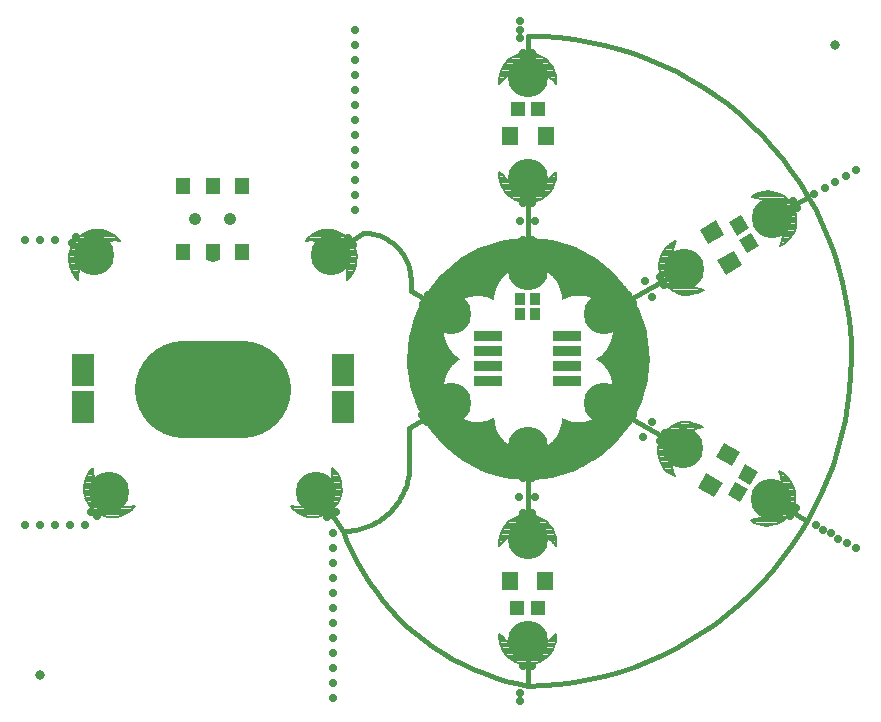
<source format=gts>
G75*
G70*
%OFA0B0*%
%FSLAX24Y24*%
%IPPOS*%
%LPD*%
%AMOC8*
5,1,8,0,0,1.08239X$1,22.5*
%
%ADD10C,0.0030*%
%ADD11C,0.0160*%
%ADD12C,0.0280*%
%ADD13R,0.0950X0.0320*%
%ADD14R,0.0356X0.0434*%
%ADD15C,0.1346*%
%ADD16C,0.0080*%
%ADD17R,0.0474X0.0533*%
%ADD18C,0.0415*%
%ADD19R,0.0780X0.1080*%
%ADD20C,0.3230*%
%ADD21R,0.0513X0.0474*%
%ADD22R,0.0552X0.0631*%
%ADD23C,0.0330*%
%ADD24C,0.0480*%
D10*
X016024Y011776D02*
X016595Y011614D01*
X016693Y011594D01*
X016792Y011579D01*
X017406Y011531D01*
X017508Y011535D01*
X017615Y011539D01*
X018217Y011614D01*
X018315Y011638D01*
X018410Y011661D01*
X018973Y011850D01*
X019063Y011890D01*
X019654Y012220D01*
X019737Y012276D01*
X020252Y012713D01*
X020319Y012780D01*
X020741Y013307D01*
X020796Y013386D01*
X021115Y013988D01*
X021150Y014083D01*
X021185Y014173D01*
X021347Y014744D01*
X021367Y014843D01*
X021382Y014945D01*
X021430Y015555D01*
X020780Y015555D01*
X020563Y015551D01*
X019693Y015551D01*
X019784Y015488D01*
X019867Y015417D01*
X019945Y015339D01*
X020012Y015252D01*
X020071Y015157D01*
X020122Y015063D01*
X020166Y014961D01*
X020197Y014854D01*
X020217Y014748D01*
X020229Y014638D01*
X020229Y014528D01*
X020217Y014417D01*
X020197Y014311D01*
X020166Y014205D01*
X020126Y014102D01*
X020079Y014008D01*
X020016Y013913D01*
X019949Y013827D01*
X019874Y013748D01*
X019792Y013677D01*
X019701Y013614D01*
X019607Y013559D01*
X019508Y013512D01*
X019402Y013476D01*
X019296Y013453D01*
X019185Y013437D01*
X019079Y013433D01*
X018969Y013437D01*
X018859Y013453D01*
X018752Y013480D01*
X018650Y013516D01*
X018552Y013563D01*
X018540Y013453D01*
X018520Y013343D01*
X018489Y013236D01*
X018449Y013134D01*
X018402Y013035D01*
X018343Y012945D01*
X018276Y012858D01*
X018197Y012776D01*
X018115Y012705D01*
X018028Y012638D01*
X017930Y012583D01*
X017831Y012539D01*
X017725Y012504D01*
X017619Y012476D01*
X017508Y012461D01*
X017402Y012453D01*
X017292Y012461D01*
X017181Y012476D01*
X017075Y012504D01*
X016969Y012539D01*
X016870Y012587D01*
X016776Y012642D01*
X016685Y012705D01*
X016603Y012780D01*
X016528Y012858D01*
X016461Y012949D01*
X016402Y013039D01*
X016351Y013138D01*
X016311Y013240D01*
X016284Y013346D01*
X016264Y013457D01*
X016256Y013567D01*
X016154Y013520D01*
X016052Y013484D01*
X015945Y013457D01*
X015835Y013441D01*
X015729Y013437D01*
X015619Y013441D01*
X015508Y013453D01*
X015402Y013480D01*
X015300Y013516D01*
X015197Y013559D01*
X015103Y013614D01*
X015016Y013677D01*
X014930Y013752D01*
X014855Y013831D01*
X014788Y013917D01*
X014729Y014008D01*
X014678Y014106D01*
X014638Y014209D01*
X014607Y014311D01*
X014587Y014421D01*
X014575Y014528D01*
X014575Y014638D01*
X014587Y014748D01*
X014607Y014854D01*
X014638Y014961D01*
X014681Y015063D01*
X014733Y015157D01*
X014792Y015252D01*
X014859Y015339D01*
X014937Y015417D01*
X015020Y015488D01*
X015111Y015551D01*
X014244Y015551D01*
X014032Y015555D01*
X013599Y015555D01*
X013382Y015555D01*
X013386Y015453D01*
X013390Y015350D01*
X013465Y014744D01*
X013485Y014646D01*
X013508Y014551D01*
X013701Y013988D01*
X013741Y013902D01*
X014071Y013307D01*
X014126Y013228D01*
X014563Y012713D01*
X014630Y012646D01*
X015158Y012220D01*
X015237Y012165D01*
X015839Y011850D01*
X015930Y011811D01*
X016024Y011776D01*
X015992Y011787D02*
X018785Y011787D01*
X018701Y011759D02*
X016082Y011759D01*
X016183Y011731D02*
X018616Y011731D01*
X018531Y011702D02*
X016283Y011702D01*
X016384Y011674D02*
X018447Y011674D01*
X018346Y011645D02*
X016484Y011645D01*
X016585Y011617D02*
X018229Y011617D01*
X018011Y011589D02*
X016730Y011589D01*
X017034Y011560D02*
X017782Y011560D01*
X017411Y011532D02*
X017403Y011532D01*
X017571Y012470D02*
X019966Y012470D01*
X019999Y012498D02*
X017702Y012498D01*
X017792Y012526D02*
X020033Y012526D01*
X020066Y012555D02*
X017866Y012555D01*
X017931Y012583D02*
X020100Y012583D01*
X020133Y012612D02*
X017981Y012612D01*
X018031Y012640D02*
X020167Y012640D01*
X020200Y012669D02*
X018068Y012669D01*
X018105Y012697D02*
X020234Y012697D01*
X020265Y012725D02*
X018139Y012725D01*
X018172Y012754D02*
X020294Y012754D01*
X020321Y012782D02*
X018204Y012782D01*
X018231Y012811D02*
X020344Y012811D01*
X020367Y012839D02*
X018258Y012839D01*
X018283Y012868D02*
X020390Y012868D01*
X020412Y012896D02*
X018305Y012896D01*
X018327Y012924D02*
X020435Y012924D01*
X020458Y012953D02*
X018348Y012953D01*
X018367Y012981D02*
X020480Y012981D01*
X020503Y013010D02*
X018385Y013010D01*
X018403Y013038D02*
X020526Y013038D01*
X020548Y013066D02*
X018417Y013066D01*
X018431Y013095D02*
X020571Y013095D01*
X020594Y013123D02*
X018444Y013123D01*
X018456Y013152D02*
X020616Y013152D01*
X020639Y013180D02*
X018467Y013180D01*
X018478Y013209D02*
X020662Y013209D01*
X020685Y013237D02*
X018489Y013237D01*
X018497Y013265D02*
X020707Y013265D01*
X020730Y013294D02*
X018506Y013294D01*
X018514Y013322D02*
X020751Y013322D01*
X020771Y013351D02*
X018522Y013351D01*
X018527Y013379D02*
X020791Y013379D01*
X020807Y013408D02*
X018532Y013408D01*
X018537Y013436D02*
X018999Y013436D01*
X019157Y013436D02*
X020822Y013436D01*
X020837Y013464D02*
X019348Y013464D01*
X019451Y013493D02*
X020852Y013493D01*
X020867Y013521D02*
X019528Y013521D01*
X019587Y013550D02*
X020882Y013550D01*
X020897Y013578D02*
X019639Y013578D01*
X019688Y013606D02*
X020912Y013606D01*
X020928Y013635D02*
X019731Y013635D01*
X019772Y013663D02*
X020943Y013663D01*
X020958Y013692D02*
X019809Y013692D01*
X019842Y013720D02*
X020973Y013720D01*
X020988Y013749D02*
X019875Y013749D01*
X019902Y013777D02*
X021003Y013777D01*
X021018Y013805D02*
X019929Y013805D01*
X019955Y013834D02*
X021033Y013834D01*
X021048Y013862D02*
X019977Y013862D01*
X019999Y013891D02*
X021063Y013891D01*
X021078Y013919D02*
X020020Y013919D01*
X020039Y013948D02*
X021093Y013948D01*
X021108Y013976D02*
X020058Y013976D01*
X020077Y014004D02*
X021121Y014004D01*
X021131Y014033D02*
X020092Y014033D01*
X020106Y014061D02*
X021142Y014061D01*
X021153Y014090D02*
X020120Y014090D01*
X020132Y014118D02*
X021164Y014118D01*
X021175Y014146D02*
X020143Y014146D01*
X020154Y014175D02*
X021186Y014175D01*
X021194Y014203D02*
X020165Y014203D01*
X020174Y014232D02*
X021202Y014232D01*
X021210Y014260D02*
X020182Y014260D01*
X020191Y014289D02*
X021218Y014289D01*
X021226Y014317D02*
X020198Y014317D01*
X020204Y014345D02*
X021234Y014345D01*
X021242Y014374D02*
X020209Y014374D01*
X020214Y014402D02*
X021250Y014402D01*
X021258Y014431D02*
X020218Y014431D01*
X020221Y014459D02*
X021266Y014459D01*
X021274Y014488D02*
X020224Y014488D01*
X020227Y014516D02*
X021282Y014516D01*
X021290Y014544D02*
X020229Y014544D01*
X020229Y014573D02*
X021298Y014573D01*
X021306Y014601D02*
X020229Y014601D01*
X020229Y014630D02*
X021314Y014630D01*
X021323Y014658D02*
X020227Y014658D01*
X020224Y014686D02*
X021331Y014686D01*
X021339Y014715D02*
X020220Y014715D01*
X020217Y014743D02*
X021347Y014743D01*
X021352Y014772D02*
X020213Y014772D01*
X020207Y014800D02*
X021358Y014800D01*
X021364Y014829D02*
X020202Y014829D01*
X020196Y014857D02*
X021369Y014857D01*
X021373Y014885D02*
X020188Y014885D01*
X020180Y014914D02*
X021378Y014914D01*
X021382Y014942D02*
X020171Y014942D01*
X020161Y014971D02*
X021384Y014971D01*
X021386Y014999D02*
X020149Y014999D01*
X020137Y015028D02*
X021389Y015028D01*
X021391Y015056D02*
X020125Y015056D01*
X020111Y015084D02*
X021393Y015084D01*
X021395Y015113D02*
X020095Y015113D01*
X020080Y015141D02*
X021397Y015141D01*
X021400Y015170D02*
X020064Y015170D01*
X020046Y015198D02*
X021402Y015198D01*
X021404Y015226D02*
X020028Y015226D01*
X020010Y015255D02*
X021406Y015255D01*
X021408Y015283D02*
X019988Y015283D01*
X019966Y015312D02*
X021411Y015312D01*
X021413Y015340D02*
X019944Y015340D01*
X019915Y015369D02*
X021415Y015369D01*
X021417Y015397D02*
X019887Y015397D01*
X019857Y015425D02*
X021419Y015425D01*
X021422Y015454D02*
X019824Y015454D01*
X019791Y015482D02*
X021424Y015482D01*
X021426Y015511D02*
X019751Y015511D01*
X019711Y015539D02*
X021428Y015539D01*
X021430Y015555D02*
X021213Y015555D01*
X020780Y015555D01*
X020563Y015551D01*
X019693Y015551D01*
X019788Y015614D01*
X019870Y015685D01*
X019949Y015764D01*
X020016Y015850D01*
X020079Y015941D01*
X020130Y016039D01*
X020174Y016142D01*
X020205Y016248D01*
X020229Y016354D01*
X020241Y016465D01*
X020241Y016575D01*
X020229Y016685D01*
X020209Y016795D01*
X020178Y016902D01*
X020138Y017004D01*
X020087Y017102D01*
X021121Y017102D01*
X021115Y017122D02*
X021075Y017213D01*
X020741Y017803D01*
X020685Y017886D01*
X020252Y018402D01*
X020181Y018469D01*
X019654Y018890D01*
X019575Y018945D01*
X018973Y019264D01*
X018882Y019299D01*
X018788Y019335D01*
X018217Y019496D01*
X018119Y019516D01*
X018020Y019531D01*
X017406Y019579D01*
X017304Y019579D01*
X017197Y019575D01*
X016595Y019496D01*
X016496Y019476D01*
X016402Y019453D01*
X015839Y019264D01*
X015752Y019224D01*
X015158Y018890D01*
X015079Y018835D01*
X014563Y018402D01*
X014493Y018331D01*
X014071Y017803D01*
X014016Y017724D01*
X013701Y017122D01*
X013662Y017031D01*
X013626Y016937D01*
X013465Y016366D01*
X013445Y016268D01*
X013430Y016169D01*
X013382Y015555D01*
X014032Y015555D01*
X014244Y015551D01*
X015111Y015551D01*
X015020Y015614D01*
X014933Y015685D01*
X014859Y015764D01*
X014792Y015850D01*
X014729Y015941D01*
X014678Y016035D01*
X014638Y016138D01*
X014607Y016244D01*
X014583Y016350D01*
X014571Y016461D01*
X014571Y016571D01*
X014583Y016677D01*
X014603Y016787D01*
X014634Y016890D01*
X014674Y016992D01*
X014721Y017091D01*
X014780Y017185D01*
X014851Y017268D01*
X014926Y017350D01*
X015008Y017421D01*
X015095Y017484D01*
X015189Y017539D01*
X015292Y017587D01*
X015394Y017622D01*
X015500Y017646D01*
X015611Y017661D01*
X015717Y017665D01*
X015827Y017661D01*
X015937Y017646D01*
X016044Y017622D01*
X016146Y017583D01*
X016244Y017539D01*
X016256Y017650D01*
X016276Y017760D01*
X016304Y017866D01*
X016343Y017969D01*
X016394Y018067D01*
X016453Y018161D01*
X016520Y018252D01*
X016595Y018331D01*
X016678Y018406D01*
X016768Y018469D01*
X016863Y018524D01*
X016965Y018571D01*
X017067Y018610D01*
X017178Y018634D01*
X017284Y018654D01*
X017398Y018657D01*
X017508Y018654D01*
X017615Y018638D01*
X017725Y018610D01*
X017827Y018575D01*
X017930Y018528D01*
X018024Y018472D01*
X018115Y018406D01*
X018197Y018335D01*
X018276Y018252D01*
X018343Y018165D01*
X018402Y018071D01*
X018449Y017972D01*
X018489Y017870D01*
X018520Y017764D01*
X018540Y017654D01*
X018548Y017543D01*
X018650Y017591D01*
X018752Y017626D01*
X018863Y017654D01*
X018969Y017669D01*
X019079Y017677D01*
X019189Y017673D01*
X019300Y017657D01*
X019410Y017634D01*
X019512Y017598D01*
X019615Y017551D01*
X019709Y017496D01*
X019800Y017433D01*
X019882Y017362D01*
X019961Y017283D01*
X020028Y017197D01*
X020087Y017102D01*
X020102Y017074D02*
X021131Y017074D01*
X021140Y017045D02*
X020117Y017045D01*
X020131Y017017D02*
X021150Y017017D01*
X021160Y016989D02*
X020144Y016989D01*
X020155Y016960D02*
X021169Y016960D01*
X021179Y016932D02*
X020166Y016932D01*
X020177Y016903D02*
X021188Y016903D01*
X021198Y016875D02*
X020185Y016875D01*
X020194Y016847D02*
X021208Y016847D01*
X021217Y016818D02*
X020202Y016818D01*
X020210Y016790D02*
X021227Y016790D01*
X021237Y016761D02*
X020215Y016761D01*
X020220Y016733D02*
X021246Y016733D01*
X021256Y016704D02*
X020225Y016704D01*
X020230Y016676D02*
X021265Y016676D01*
X021275Y016648D02*
X020233Y016648D01*
X020236Y016619D02*
X021285Y016619D01*
X021294Y016591D02*
X020239Y016591D01*
X020241Y016562D02*
X021304Y016562D01*
X021304Y016563D02*
X021115Y017122D01*
X021111Y017131D02*
X020069Y017131D01*
X020052Y017159D02*
X021098Y017159D01*
X021086Y017188D02*
X020034Y017188D01*
X020013Y017216D02*
X021073Y017216D01*
X021057Y017244D02*
X019991Y017244D01*
X019969Y017273D02*
X021041Y017273D01*
X021025Y017301D02*
X019943Y017301D01*
X019915Y017330D02*
X021009Y017330D01*
X020993Y017358D02*
X019886Y017358D01*
X019854Y017387D02*
X020977Y017387D01*
X020961Y017415D02*
X019821Y017415D01*
X019785Y017443D02*
X020944Y017443D01*
X020928Y017472D02*
X019744Y017472D01*
X019702Y017500D02*
X020912Y017500D01*
X020896Y017529D02*
X019653Y017529D01*
X019602Y017557D02*
X020880Y017557D01*
X020864Y017585D02*
X019540Y017585D01*
X019467Y017614D02*
X020848Y017614D01*
X020832Y017642D02*
X019370Y017642D01*
X019207Y017671D02*
X020816Y017671D01*
X020799Y017699D02*
X018532Y017699D01*
X018537Y017671D02*
X018989Y017671D01*
X018818Y017642D02*
X018541Y017642D01*
X018543Y017614D02*
X018717Y017614D01*
X018639Y017585D02*
X018545Y017585D01*
X018547Y017557D02*
X018577Y017557D01*
X018527Y017728D02*
X020783Y017728D01*
X020767Y017756D02*
X018521Y017756D01*
X018514Y017784D02*
X020751Y017784D01*
X020734Y017813D02*
X018506Y017813D01*
X018497Y017841D02*
X020715Y017841D01*
X020696Y017870D02*
X018489Y017870D01*
X018478Y017898D02*
X020675Y017898D01*
X020651Y017927D02*
X018467Y017927D01*
X018456Y017955D02*
X020627Y017955D01*
X020604Y017983D02*
X018444Y017983D01*
X018430Y018012D02*
X020580Y018012D01*
X020556Y018040D02*
X018417Y018040D01*
X018403Y018069D02*
X020532Y018069D01*
X020508Y018097D02*
X018386Y018097D01*
X018368Y018125D02*
X020484Y018125D01*
X020460Y018154D02*
X018350Y018154D01*
X018330Y018182D02*
X020436Y018182D01*
X020413Y018211D02*
X018308Y018211D01*
X018286Y018239D02*
X020389Y018239D01*
X020365Y018268D02*
X018261Y018268D01*
X018234Y018296D02*
X020341Y018296D01*
X020317Y018324D02*
X018207Y018324D01*
X018176Y018353D02*
X020293Y018353D01*
X020269Y018381D02*
X018143Y018381D01*
X018109Y018410D02*
X020244Y018410D01*
X020214Y018438D02*
X018070Y018438D01*
X018032Y018467D02*
X020184Y018467D01*
X020148Y018495D02*
X017985Y018495D01*
X017937Y018523D02*
X020113Y018523D01*
X020077Y018552D02*
X017877Y018552D01*
X017811Y018580D02*
X020042Y018580D01*
X020006Y018609D02*
X017729Y018609D01*
X017617Y018637D02*
X019970Y018637D01*
X019935Y018665D02*
X014878Y018665D01*
X014844Y018637D02*
X017195Y018637D01*
X017063Y018609D02*
X014810Y018609D01*
X014776Y018580D02*
X016989Y018580D01*
X016924Y018552D02*
X014742Y018552D01*
X014708Y018523D02*
X016862Y018523D01*
X016813Y018495D02*
X014675Y018495D01*
X014641Y018467D02*
X016765Y018467D01*
X016724Y018438D02*
X014607Y018438D01*
X014573Y018410D02*
X016684Y018410D01*
X016651Y018381D02*
X014543Y018381D01*
X014515Y018353D02*
X016619Y018353D01*
X016589Y018324D02*
X014488Y018324D01*
X014465Y018296D02*
X016562Y018296D01*
X016535Y018268D02*
X014442Y018268D01*
X014419Y018239D02*
X016511Y018239D01*
X016490Y018211D02*
X014397Y018211D01*
X014374Y018182D02*
X016469Y018182D01*
X016448Y018154D02*
X014351Y018154D01*
X014329Y018125D02*
X016431Y018125D01*
X016413Y018097D02*
X014306Y018097D01*
X014283Y018069D02*
X016395Y018069D01*
X016380Y018040D02*
X014261Y018040D01*
X014238Y018012D02*
X016365Y018012D01*
X016351Y017983D02*
X014215Y017983D01*
X014192Y017955D02*
X016338Y017955D01*
X016327Y017927D02*
X014170Y017927D01*
X014147Y017898D02*
X016316Y017898D01*
X016305Y017870D02*
X014124Y017870D01*
X014102Y017841D02*
X016297Y017841D01*
X016290Y017813D02*
X014079Y017813D01*
X014058Y017784D02*
X016282Y017784D01*
X016275Y017756D02*
X014038Y017756D01*
X014018Y017728D02*
X016270Y017728D01*
X016265Y017699D02*
X014003Y017699D01*
X013988Y017671D02*
X016260Y017671D01*
X016256Y017642D02*
X015952Y017642D01*
X016065Y017614D02*
X016252Y017614D01*
X016249Y017585D02*
X016139Y017585D01*
X016204Y017557D02*
X016246Y017557D01*
X015485Y017642D02*
X013973Y017642D01*
X013958Y017614D02*
X015371Y017614D01*
X015289Y017585D02*
X013943Y017585D01*
X013929Y017557D02*
X015228Y017557D01*
X015171Y017529D02*
X013914Y017529D01*
X013899Y017500D02*
X015122Y017500D01*
X015078Y017472D02*
X013884Y017472D01*
X013869Y017443D02*
X015039Y017443D01*
X015001Y017415D02*
X013854Y017415D01*
X013839Y017387D02*
X014968Y017387D01*
X014935Y017358D02*
X013825Y017358D01*
X013810Y017330D02*
X014907Y017330D01*
X014881Y017301D02*
X013795Y017301D01*
X013780Y017273D02*
X014855Y017273D01*
X014831Y017244D02*
X013765Y017244D01*
X013750Y017216D02*
X014806Y017216D01*
X014782Y017188D02*
X013735Y017188D01*
X013721Y017159D02*
X014764Y017159D01*
X014746Y017131D02*
X013706Y017131D01*
X013693Y017102D02*
X014728Y017102D01*
X014713Y017074D02*
X013680Y017074D01*
X013668Y017045D02*
X014699Y017045D01*
X014686Y017017D02*
X013656Y017017D01*
X013646Y016989D02*
X014672Y016989D01*
X014661Y016960D02*
X013635Y016960D01*
X013625Y016932D02*
X014650Y016932D01*
X014639Y016903D02*
X013617Y016903D01*
X013609Y016875D02*
X014630Y016875D01*
X014621Y016847D02*
X013601Y016847D01*
X013593Y016818D02*
X014612Y016818D01*
X014603Y016790D02*
X013585Y016790D01*
X013577Y016761D02*
X014598Y016761D01*
X014593Y016733D02*
X013569Y016733D01*
X013561Y016704D02*
X014588Y016704D01*
X014583Y016676D02*
X013553Y016676D01*
X013545Y016648D02*
X014580Y016648D01*
X014577Y016619D02*
X013537Y016619D01*
X013528Y016591D02*
X014573Y016591D01*
X014571Y016562D02*
X013520Y016562D01*
X013512Y016534D02*
X014571Y016534D01*
X014571Y016505D02*
X013504Y016505D01*
X013496Y016477D02*
X014571Y016477D01*
X014573Y016449D02*
X013488Y016449D01*
X013480Y016420D02*
X014576Y016420D01*
X014579Y016392D02*
X013472Y016392D01*
X013464Y016363D02*
X014582Y016363D01*
X014587Y016335D02*
X013459Y016335D01*
X013453Y016307D02*
X014593Y016307D01*
X014599Y016278D02*
X013447Y016278D01*
X013442Y016250D02*
X014605Y016250D01*
X014613Y016221D02*
X013438Y016221D01*
X013433Y016193D02*
X014622Y016193D01*
X014630Y016164D02*
X013429Y016164D01*
X013427Y016136D02*
X014639Y016136D01*
X014650Y016108D02*
X013425Y016108D01*
X013423Y016079D02*
X014661Y016079D01*
X014672Y016051D02*
X013420Y016051D01*
X013418Y016022D02*
X014685Y016022D01*
X014700Y015994D02*
X013416Y015994D01*
X013414Y015965D02*
X014715Y015965D01*
X014731Y015937D02*
X013412Y015937D01*
X013409Y015909D02*
X014751Y015909D01*
X014771Y015880D02*
X013407Y015880D01*
X013405Y015852D02*
X014791Y015852D01*
X014813Y015823D02*
X013403Y015823D01*
X013401Y015795D02*
X014835Y015795D01*
X014857Y015767D02*
X013399Y015767D01*
X013396Y015738D02*
X014883Y015738D01*
X014910Y015710D02*
X013394Y015710D01*
X013392Y015681D02*
X014938Y015681D01*
X014973Y015653D02*
X013390Y015653D01*
X013388Y015624D02*
X015008Y015624D01*
X015046Y015596D02*
X013385Y015596D01*
X013383Y015568D02*
X015087Y015568D01*
X015093Y015539D02*
X013383Y015539D01*
X013384Y015511D02*
X015052Y015511D01*
X015013Y015482D02*
X013385Y015482D01*
X013386Y015454D02*
X014980Y015454D01*
X014947Y015425D02*
X013387Y015425D01*
X013388Y015397D02*
X014917Y015397D01*
X014889Y015369D02*
X013389Y015369D01*
X013391Y015340D02*
X014860Y015340D01*
X014838Y015312D02*
X013395Y015312D01*
X013398Y015283D02*
X014816Y015283D01*
X014794Y015255D02*
X013402Y015255D01*
X013405Y015226D02*
X014776Y015226D01*
X014758Y015198D02*
X013409Y015198D01*
X013412Y015170D02*
X014740Y015170D01*
X014724Y015141D02*
X013416Y015141D01*
X013419Y015113D02*
X014708Y015113D01*
X014693Y015084D02*
X013423Y015084D01*
X013426Y015056D02*
X014679Y015056D01*
X014666Y015028D02*
X013430Y015028D01*
X013433Y014999D02*
X014654Y014999D01*
X014642Y014971D02*
X013437Y014971D01*
X013441Y014942D02*
X014633Y014942D01*
X014624Y014914D02*
X013444Y014914D01*
X013448Y014885D02*
X014616Y014885D01*
X014607Y014857D02*
X013451Y014857D01*
X013455Y014829D02*
X014602Y014829D01*
X014597Y014800D02*
X013458Y014800D01*
X013462Y014772D02*
X014591Y014772D01*
X014587Y014743D02*
X013465Y014743D01*
X013471Y014715D02*
X014583Y014715D01*
X014580Y014686D02*
X013476Y014686D01*
X013482Y014658D02*
X014577Y014658D01*
X014575Y014630D02*
X013489Y014630D01*
X013496Y014601D02*
X014575Y014601D01*
X014575Y014573D02*
X013503Y014573D01*
X013511Y014544D02*
X014575Y014544D01*
X014576Y014516D02*
X013520Y014516D01*
X013530Y014488D02*
X014580Y014488D01*
X014583Y014459D02*
X013540Y014459D01*
X013550Y014431D02*
X014586Y014431D01*
X014590Y014402D02*
X013559Y014402D01*
X013569Y014374D02*
X014595Y014374D01*
X014601Y014345D02*
X013579Y014345D01*
X013589Y014317D02*
X014606Y014317D01*
X014614Y014289D02*
X013598Y014289D01*
X013608Y014260D02*
X014622Y014260D01*
X014631Y014232D02*
X013618Y014232D01*
X013627Y014203D02*
X014640Y014203D01*
X014651Y014175D02*
X013637Y014175D01*
X013647Y014146D02*
X014662Y014146D01*
X014673Y014118D02*
X013657Y014118D01*
X013666Y014090D02*
X014686Y014090D01*
X014701Y014061D02*
X013676Y014061D01*
X013686Y014033D02*
X014716Y014033D01*
X014731Y014004D02*
X013696Y014004D01*
X013707Y013976D02*
X014750Y013976D01*
X014768Y013948D02*
X013720Y013948D01*
X013733Y013919D02*
X014787Y013919D01*
X014808Y013891D02*
X013747Y013891D01*
X013762Y013862D02*
X014830Y013862D01*
X014852Y013834D02*
X013778Y013834D01*
X013794Y013805D02*
X014879Y013805D01*
X014906Y013777D02*
X013810Y013777D01*
X013826Y013749D02*
X014933Y013749D01*
X014966Y013720D02*
X013841Y013720D01*
X013857Y013692D02*
X014999Y013692D01*
X015035Y013663D02*
X013873Y013663D01*
X013889Y013635D02*
X015074Y013635D01*
X015116Y013606D02*
X013905Y013606D01*
X013921Y013578D02*
X015165Y013578D01*
X015220Y013550D02*
X013936Y013550D01*
X013952Y013521D02*
X015287Y013521D01*
X015366Y013493D02*
X013968Y013493D01*
X013984Y013464D02*
X015464Y013464D01*
X015975Y013464D02*
X016264Y013464D01*
X016268Y013436D02*
X014000Y013436D01*
X014015Y013408D02*
X016273Y013408D01*
X016278Y013379D02*
X014031Y013379D01*
X014047Y013351D02*
X016283Y013351D01*
X016290Y013322D02*
X014063Y013322D01*
X014081Y013294D02*
X016298Y013294D01*
X016305Y013265D02*
X014100Y013265D01*
X014120Y013237D02*
X016313Y013237D01*
X016324Y013209D02*
X014143Y013209D01*
X014167Y013180D02*
X016334Y013180D01*
X016345Y013152D02*
X014191Y013152D01*
X014215Y013123D02*
X016358Y013123D01*
X016373Y013095D02*
X014239Y013095D01*
X014264Y013066D02*
X016388Y013066D01*
X016403Y013038D02*
X014288Y013038D01*
X014312Y013010D02*
X016421Y013010D01*
X016440Y012981D02*
X014336Y012981D01*
X014360Y012953D02*
X016458Y012953D01*
X016479Y012924D02*
X014384Y012924D01*
X014408Y012896D02*
X016500Y012896D01*
X016521Y012868D02*
X014432Y012868D01*
X014456Y012839D02*
X016546Y012839D01*
X016573Y012811D02*
X014480Y012811D01*
X014504Y012782D02*
X016600Y012782D01*
X016631Y012754D02*
X014528Y012754D01*
X014553Y012725D02*
X016663Y012725D01*
X016697Y012697D02*
X014579Y012697D01*
X014607Y012669D02*
X016737Y012669D01*
X016779Y012640D02*
X014637Y012640D01*
X014672Y012612D02*
X016827Y012612D01*
X016877Y012583D02*
X014708Y012583D01*
X014743Y012555D02*
X016937Y012555D01*
X017008Y012526D02*
X014778Y012526D01*
X014813Y012498D02*
X017098Y012498D01*
X017229Y012470D02*
X014849Y012470D01*
X014884Y012441D02*
X019932Y012441D01*
X019899Y012413D02*
X014919Y012413D01*
X014955Y012384D02*
X019865Y012384D01*
X019831Y012356D02*
X014990Y012356D01*
X015025Y012328D02*
X019798Y012328D01*
X019764Y012299D02*
X015060Y012299D01*
X015096Y012271D02*
X019729Y012271D01*
X019687Y012242D02*
X015131Y012242D01*
X015167Y012214D02*
X019642Y012214D01*
X019591Y012185D02*
X015208Y012185D01*
X015253Y012157D02*
X019541Y012157D01*
X019490Y012129D02*
X015307Y012129D01*
X015361Y012100D02*
X019439Y012100D01*
X019388Y012072D02*
X015416Y012072D01*
X015470Y012043D02*
X019338Y012043D01*
X019287Y012015D02*
X015524Y012015D01*
X015579Y011986D02*
X019236Y011986D01*
X019185Y011958D02*
X015633Y011958D01*
X015687Y011930D02*
X019135Y011930D01*
X019084Y011901D02*
X015742Y011901D01*
X015796Y011873D02*
X019024Y011873D01*
X018955Y011844D02*
X015853Y011844D01*
X015918Y011816D02*
X018870Y011816D01*
X018814Y013464D02*
X018541Y013464D01*
X018544Y013493D02*
X018716Y013493D01*
X018639Y013521D02*
X018547Y013521D01*
X018550Y013550D02*
X018579Y013550D01*
X016262Y013493D02*
X016076Y013493D01*
X016157Y013521D02*
X016260Y013521D01*
X016258Y013550D02*
X016219Y013550D01*
X019718Y015568D02*
X021429Y015568D01*
X021430Y015555D02*
X021426Y015661D01*
X021422Y015764D01*
X021347Y016366D01*
X021327Y016465D01*
X021304Y016563D01*
X021311Y016534D02*
X020241Y016534D01*
X020241Y016505D02*
X021317Y016505D01*
X021324Y016477D02*
X020241Y016477D01*
X020239Y016449D02*
X021330Y016449D01*
X021336Y016420D02*
X020236Y016420D01*
X020233Y016392D02*
X021342Y016392D01*
X021347Y016363D02*
X020230Y016363D01*
X020224Y016335D02*
X021351Y016335D01*
X021354Y016307D02*
X020218Y016307D01*
X020212Y016278D02*
X021358Y016278D01*
X021361Y016250D02*
X020205Y016250D01*
X020197Y016221D02*
X021365Y016221D01*
X021368Y016193D02*
X020189Y016193D01*
X020180Y016164D02*
X021372Y016164D01*
X021375Y016136D02*
X020171Y016136D01*
X020159Y016108D02*
X021379Y016108D01*
X021382Y016079D02*
X020147Y016079D01*
X020135Y016051D02*
X021386Y016051D01*
X021390Y016022D02*
X020121Y016022D01*
X020107Y015994D02*
X021393Y015994D01*
X021397Y015965D02*
X020092Y015965D01*
X020076Y015937D02*
X021400Y015937D01*
X021404Y015909D02*
X020057Y015909D01*
X020037Y015880D02*
X021407Y015880D01*
X021411Y015852D02*
X020017Y015852D01*
X019995Y015823D02*
X021414Y015823D01*
X021418Y015795D02*
X019973Y015795D01*
X019951Y015767D02*
X021421Y015767D01*
X021423Y015738D02*
X019924Y015738D01*
X019895Y015710D02*
X021424Y015710D01*
X021425Y015681D02*
X019866Y015681D01*
X019833Y015653D02*
X021426Y015653D01*
X021427Y015624D02*
X019800Y015624D01*
X019760Y015596D02*
X021428Y015596D01*
X019899Y018694D02*
X014912Y018694D01*
X014945Y018722D02*
X019864Y018722D01*
X019828Y018751D02*
X014979Y018751D01*
X015013Y018779D02*
X019792Y018779D01*
X019757Y018808D02*
X015047Y018808D01*
X015081Y018836D02*
X019721Y018836D01*
X019686Y018864D02*
X015122Y018864D01*
X015163Y018893D02*
X019650Y018893D01*
X019609Y018921D02*
X015214Y018921D01*
X015264Y018950D02*
X019566Y018950D01*
X019512Y018978D02*
X015315Y018978D01*
X015365Y019007D02*
X019459Y019007D01*
X019405Y019035D02*
X015416Y019035D01*
X015466Y019063D02*
X019351Y019063D01*
X019298Y019092D02*
X015517Y019092D01*
X015567Y019120D02*
X019244Y019120D01*
X019190Y019149D02*
X015618Y019149D01*
X015668Y019177D02*
X019137Y019177D01*
X019083Y019206D02*
X015719Y019206D01*
X015773Y019234D02*
X019029Y019234D01*
X018976Y019262D02*
X015836Y019262D01*
X015919Y019291D02*
X018904Y019291D01*
X018829Y019319D02*
X016004Y019319D01*
X016089Y019348D02*
X018742Y019348D01*
X018641Y019376D02*
X016173Y019376D01*
X016258Y019404D02*
X018541Y019404D01*
X018440Y019433D02*
X016343Y019433D01*
X016436Y019461D02*
X018340Y019461D01*
X018239Y019490D02*
X016563Y019490D01*
X016764Y019518D02*
X018104Y019518D01*
X017824Y019547D02*
X016981Y019547D01*
X017202Y019575D02*
X017455Y019575D01*
D11*
X017400Y018500D02*
X017400Y021550D01*
X013500Y018150D02*
X013500Y017800D01*
X014842Y017027D01*
X017400Y004650D02*
X017914Y004667D01*
X018427Y004709D01*
X018937Y004776D01*
X019443Y004866D01*
X019944Y004981D01*
X020440Y005119D01*
X020928Y005281D01*
X021408Y005466D01*
X021878Y005673D01*
X022338Y005903D01*
X022787Y006154D01*
X023223Y006426D01*
X023646Y006719D01*
X024055Y007031D01*
X024448Y007363D01*
X024825Y007713D01*
X025185Y008080D01*
X025527Y008464D01*
X025850Y008864D01*
X026154Y009279D01*
X026437Y009708D01*
X026700Y010150D01*
X025506Y010857D01*
X022562Y012557D02*
X019958Y014074D01*
X011250Y009800D02*
X011389Y009444D01*
X011545Y009096D01*
X011718Y008755D01*
X011906Y008423D01*
X012111Y008101D01*
X012330Y007788D01*
X012564Y007486D01*
X012812Y007196D01*
X013073Y006918D01*
X013348Y006653D01*
X013635Y006401D01*
X013933Y006163D01*
X014243Y005939D01*
X014562Y005730D01*
X014892Y005537D01*
X015230Y005360D01*
X015576Y005199D01*
X015930Y005054D01*
X016289Y004927D01*
X016655Y004817D01*
X017025Y004724D01*
X017400Y004649D01*
X017400Y004650D02*
X017400Y006150D01*
X017400Y009550D02*
X017399Y012596D01*
X014842Y014073D02*
X013450Y013250D01*
X013450Y012000D01*
X013448Y011895D01*
X013440Y011791D01*
X013428Y011687D01*
X013410Y011584D01*
X013388Y011481D01*
X013361Y011380D01*
X013329Y011280D01*
X013292Y011182D01*
X013251Y011086D01*
X013205Y010992D01*
X013155Y010900D01*
X013101Y010811D01*
X013042Y010724D01*
X012979Y010640D01*
X012913Y010559D01*
X012842Y010482D01*
X012768Y010408D01*
X012691Y010337D01*
X012610Y010271D01*
X012526Y010208D01*
X012439Y010149D01*
X012350Y010095D01*
X012258Y010045D01*
X012164Y009999D01*
X012068Y009958D01*
X011970Y009921D01*
X011870Y009889D01*
X011769Y009862D01*
X011666Y009840D01*
X011563Y009822D01*
X011459Y009810D01*
X011355Y009802D01*
X011250Y009800D01*
X010350Y011100D01*
X026700Y010150D02*
X026948Y010600D01*
X027175Y011061D01*
X027380Y011533D01*
X027562Y012013D01*
X027720Y012502D01*
X027856Y012998D01*
X027967Y013500D01*
X028055Y014007D01*
X028118Y014517D01*
X028157Y015029D01*
X028172Y015543D01*
X028162Y016057D01*
X028128Y016570D01*
X028069Y017080D01*
X027986Y017588D01*
X027879Y018091D01*
X027748Y018588D01*
X027594Y019078D01*
X027417Y019560D01*
X027217Y020034D01*
X026994Y020497D01*
X026750Y020950D01*
X025544Y020250D01*
X022600Y018550D02*
X019957Y017028D01*
X026750Y020950D02*
X026481Y021387D01*
X026192Y021810D01*
X025883Y022220D01*
X025556Y022614D01*
X025209Y022992D01*
X024845Y023353D01*
X024465Y023696D01*
X024068Y024021D01*
X023656Y024327D01*
X023231Y024612D01*
X022792Y024878D01*
X022341Y025122D01*
X021879Y025344D01*
X021407Y025544D01*
X020926Y025721D01*
X020437Y025875D01*
X019941Y026006D01*
X019440Y026113D01*
X018934Y026196D01*
X018424Y026255D01*
X017913Y026290D01*
X017400Y026300D01*
X017400Y024950D01*
X011900Y019750D02*
X010850Y019000D01*
X011900Y019750D02*
X011979Y019748D01*
X012057Y019742D01*
X012135Y019733D01*
X012212Y019719D01*
X012289Y019702D01*
X012364Y019681D01*
X012439Y019656D01*
X012512Y019628D01*
X012584Y019596D01*
X012654Y019561D01*
X012723Y019522D01*
X012789Y019480D01*
X012853Y019435D01*
X012915Y019387D01*
X012974Y019336D01*
X013031Y019281D01*
X013086Y019224D01*
X013137Y019165D01*
X013185Y019103D01*
X013230Y019039D01*
X013272Y018973D01*
X013311Y018904D01*
X013346Y018834D01*
X013378Y018762D01*
X013406Y018689D01*
X013431Y018614D01*
X013452Y018539D01*
X013469Y018462D01*
X013483Y018385D01*
X013492Y018307D01*
X013498Y018229D01*
X013500Y018150D01*
D12*
X014067Y017661D03*
X013910Y017386D03*
X011567Y019335D03*
X011410Y019571D03*
X011650Y020500D03*
X011650Y021000D03*
X011650Y021500D03*
X011650Y022000D03*
X011650Y022500D03*
X011650Y023000D03*
X011650Y023500D03*
X011650Y024000D03*
X011650Y024500D03*
X011650Y025000D03*
X011650Y025500D03*
X011650Y026000D03*
X011650Y026500D03*
X017150Y026500D03*
X017150Y026250D03*
X017237Y025752D03*
X017552Y025752D03*
X017150Y026800D03*
X026233Y020811D03*
X026390Y020555D03*
X026950Y021050D03*
X027300Y021250D03*
X027650Y021450D03*
X028000Y021650D03*
X028350Y021850D03*
X021804Y018272D03*
X021941Y017996D03*
X021550Y017600D03*
X020918Y017406D03*
X020760Y017661D03*
X021300Y018150D03*
X017532Y019512D03*
X017256Y019512D03*
X017150Y020150D03*
X017650Y020150D03*
X017552Y020732D03*
X017256Y020732D03*
X013890Y013685D03*
X014048Y013429D03*
X017256Y011559D03*
X017552Y011559D03*
X017650Y010950D03*
X017100Y010950D03*
X017256Y010398D03*
X017552Y010398D03*
X021250Y012950D03*
X021823Y012819D03*
X021961Y013055D03*
X021550Y013450D03*
X020918Y013685D03*
X020760Y013429D03*
X026154Y010299D03*
X026331Y010575D03*
X027000Y010000D03*
X027250Y009850D03*
X027500Y009750D03*
X027750Y009550D03*
X028050Y009400D03*
X028350Y009250D03*
X017552Y005299D03*
X017256Y005299D03*
X017150Y004400D03*
X017150Y004150D03*
X010900Y004250D03*
X010900Y004750D03*
X010900Y005250D03*
X010900Y005750D03*
X010900Y006250D03*
X010900Y006750D03*
X010900Y007250D03*
X010900Y007750D03*
X010900Y008250D03*
X010900Y008750D03*
X010900Y009250D03*
X010900Y009750D03*
X010721Y010260D03*
X010996Y010437D03*
X003044Y010299D03*
X002847Y010437D03*
X002650Y010000D03*
X002150Y010000D03*
X001650Y010000D03*
X001150Y010000D03*
X000650Y010000D03*
X000650Y019500D03*
X001150Y019500D03*
X001650Y019500D03*
X002217Y019413D03*
X002355Y019610D03*
D13*
X016070Y016300D03*
X016070Y015800D03*
X016070Y015300D03*
X016070Y014800D03*
X018720Y014800D03*
X018720Y015300D03*
X018720Y015800D03*
X018720Y016300D03*
D14*
X017656Y017050D03*
X017144Y017050D03*
X017144Y017550D03*
X017656Y017550D03*
D15*
X017400Y018500D03*
X019957Y017028D03*
X022600Y018550D03*
X025544Y020250D03*
X017400Y021550D03*
X017400Y024950D03*
X010850Y019000D03*
X014842Y017027D03*
X014842Y014073D03*
X017399Y012596D03*
X019958Y014074D03*
X022562Y012557D03*
X025506Y010857D03*
X017400Y009550D03*
X017400Y006150D03*
X010350Y011100D03*
X003450Y011100D03*
X002950Y019000D03*
D16*
X002769Y019151D02*
X002146Y019151D01*
X002127Y019091D02*
X002106Y018949D01*
X002107Y018806D01*
X002129Y018665D01*
X002173Y018529D01*
X002237Y018402D01*
X002320Y018285D01*
X002420Y018183D01*
X002414Y018351D01*
X002432Y018518D01*
X002474Y018682D01*
X002538Y018837D01*
X002624Y018982D01*
X002729Y019113D01*
X002853Y019228D01*
X002991Y019324D01*
X003141Y019400D01*
X003301Y019453D01*
X003466Y019483D01*
X003635Y019489D01*
X003802Y019472D01*
X003707Y019578D01*
X003597Y019669D01*
X003474Y019742D01*
X003341Y019795D01*
X003202Y019828D01*
X003060Y019838D01*
X002917Y019827D01*
X002778Y019794D01*
X002646Y019740D01*
X002523Y019667D01*
X002413Y019576D01*
X002314Y019473D01*
X002233Y019355D01*
X002170Y019227D01*
X002127Y019091D01*
X002124Y019072D02*
X002696Y019072D01*
X002633Y018994D02*
X002113Y018994D01*
X002106Y018915D02*
X002584Y018915D01*
X002538Y018837D02*
X002107Y018837D01*
X002115Y018758D02*
X002505Y018758D01*
X002473Y018680D02*
X002127Y018680D01*
X002150Y018601D02*
X002453Y018601D01*
X002433Y018523D02*
X002177Y018523D01*
X002216Y018444D02*
X002424Y018444D01*
X002416Y018366D02*
X002263Y018366D01*
X002319Y018287D02*
X002416Y018287D01*
X002419Y018209D02*
X002395Y018209D01*
X002171Y019229D02*
X002854Y019229D01*
X002967Y019308D02*
X002209Y019308D01*
X002254Y019386D02*
X003114Y019386D01*
X003364Y019465D02*
X002309Y019465D01*
X002382Y019543D02*
X003738Y019543D01*
X003654Y019622D02*
X002468Y019622D01*
X002578Y019700D02*
X003545Y019700D01*
X003383Y019779D02*
X002739Y019779D01*
X009998Y019472D02*
X010165Y019489D01*
X010334Y019483D01*
X010499Y019453D01*
X010659Y019400D01*
X010809Y019324D01*
X010947Y019228D01*
X011071Y019113D01*
X011176Y018982D01*
X011262Y018837D01*
X011326Y018682D01*
X011368Y018518D01*
X011386Y018351D01*
X011380Y018183D01*
X011480Y018285D01*
X011563Y018402D01*
X011627Y018529D01*
X011671Y018665D01*
X011693Y018806D01*
X011694Y018949D01*
X011673Y019091D01*
X011630Y019227D01*
X011567Y019355D01*
X011486Y019473D01*
X011387Y019576D01*
X011277Y019667D01*
X011154Y019740D01*
X011022Y019794D01*
X010883Y019827D01*
X010740Y019838D01*
X010598Y019828D01*
X010459Y019795D01*
X010326Y019742D01*
X010203Y019669D01*
X010093Y019578D01*
X009998Y019472D01*
X010062Y019543D02*
X011418Y019543D01*
X011491Y019465D02*
X010436Y019465D01*
X010686Y019386D02*
X011546Y019386D01*
X011591Y019308D02*
X010833Y019308D01*
X010946Y019229D02*
X011629Y019229D01*
X011654Y019151D02*
X011031Y019151D01*
X011104Y019072D02*
X011676Y019072D01*
X011687Y018994D02*
X011167Y018994D01*
X011216Y018915D02*
X011694Y018915D01*
X011693Y018837D02*
X011262Y018837D01*
X011295Y018758D02*
X011685Y018758D01*
X011673Y018680D02*
X011327Y018680D01*
X011347Y018601D02*
X011650Y018601D01*
X011623Y018523D02*
X011367Y018523D01*
X011376Y018444D02*
X011584Y018444D01*
X011537Y018366D02*
X011384Y018366D01*
X011384Y018287D02*
X011481Y018287D01*
X011405Y018209D02*
X011381Y018209D01*
X011332Y019622D02*
X010146Y019622D01*
X010255Y019700D02*
X011222Y019700D01*
X011061Y019779D02*
X010417Y019779D01*
X014160Y017421D02*
X014239Y017540D01*
X014334Y017646D01*
X014445Y017736D01*
X014569Y017808D01*
X014702Y017861D01*
X014841Y017892D01*
X014984Y017902D01*
X015126Y017890D01*
X015265Y017856D01*
X015397Y017801D01*
X015519Y017727D01*
X015354Y017695D01*
X015195Y017640D01*
X015045Y017563D01*
X014908Y017465D01*
X014786Y017349D01*
X014682Y017216D01*
X014598Y017071D01*
X014535Y016914D01*
X014496Y016751D01*
X014479Y016583D01*
X014487Y016415D01*
X014519Y016250D01*
X014574Y016091D01*
X014449Y016159D01*
X014335Y016246D01*
X014237Y016350D01*
X014155Y016467D01*
X014092Y016595D01*
X014050Y016732D01*
X014029Y016873D01*
X014029Y017016D01*
X014052Y017157D01*
X014096Y017293D01*
X014160Y017421D01*
X014162Y017424D02*
X014864Y017424D01*
X014783Y017345D02*
X014122Y017345D01*
X014087Y017267D02*
X014721Y017267D01*
X014666Y017188D02*
X014062Y017188D01*
X014044Y017110D02*
X014620Y017110D01*
X014582Y017031D02*
X014032Y017031D01*
X014029Y016953D02*
X014551Y016953D01*
X014525Y016874D02*
X014029Y016874D01*
X014040Y016796D02*
X014506Y016796D01*
X014492Y016717D02*
X014054Y016717D01*
X014079Y016639D02*
X014485Y016639D01*
X014481Y016560D02*
X014109Y016560D01*
X014148Y016482D02*
X014484Y016482D01*
X014490Y016403D02*
X014200Y016403D01*
X014261Y016325D02*
X014505Y016325D01*
X014520Y016246D02*
X014336Y016246D01*
X014438Y016168D02*
X014547Y016168D01*
X014574Y015009D02*
X014519Y014850D01*
X014487Y014685D01*
X014479Y014517D01*
X014495Y014349D01*
X014535Y014186D01*
X014598Y014029D01*
X014682Y013884D01*
X014786Y013751D01*
X014908Y013635D01*
X015045Y013537D01*
X015195Y013460D01*
X015354Y013405D01*
X015519Y013373D01*
X015397Y013299D01*
X015265Y013244D01*
X015126Y013210D01*
X014983Y013198D01*
X014841Y013208D01*
X014702Y013239D01*
X014569Y013292D01*
X014445Y013364D01*
X014334Y013454D01*
X014238Y013560D01*
X014160Y013679D01*
X014096Y013807D01*
X014052Y013943D01*
X014029Y014084D01*
X014029Y014227D01*
X014050Y014368D01*
X014092Y014505D01*
X014155Y014633D01*
X014237Y014750D01*
X014335Y014854D01*
X014449Y014941D01*
X014574Y015009D01*
X014567Y014990D02*
X014539Y014990D01*
X014540Y014912D02*
X014411Y014912D01*
X014316Y014833D02*
X014516Y014833D01*
X014501Y014755D02*
X014241Y014755D01*
X014185Y014676D02*
X014487Y014676D01*
X014483Y014598D02*
X014138Y014598D01*
X014099Y014519D02*
X014480Y014519D01*
X014487Y014441D02*
X014072Y014441D01*
X014049Y014362D02*
X014494Y014362D01*
X014511Y014284D02*
X014037Y014284D01*
X014029Y014205D02*
X014531Y014205D01*
X014559Y014127D02*
X014029Y014127D01*
X014035Y014048D02*
X014590Y014048D01*
X014632Y013970D02*
X014048Y013970D01*
X014069Y013891D02*
X014678Y013891D01*
X014738Y013813D02*
X014094Y013813D01*
X014133Y013734D02*
X014804Y013734D01*
X014886Y013656D02*
X014176Y013656D01*
X014227Y013577D02*
X014989Y013577D01*
X015120Y013499D02*
X014294Y013499D01*
X014376Y013420D02*
X015310Y013420D01*
X015310Y013263D02*
X014642Y013263D01*
X014483Y013342D02*
X015467Y013342D01*
X016454Y012833D02*
X016564Y012706D01*
X016691Y012595D01*
X016833Y012504D01*
X016986Y012435D01*
X017148Y012387D01*
X017314Y012363D01*
X017483Y012363D01*
X017649Y012387D01*
X017811Y012435D01*
X017964Y012504D01*
X018106Y012595D01*
X018233Y012706D01*
X018344Y012833D01*
X018347Y012690D01*
X018328Y012548D01*
X018288Y012411D01*
X018227Y012282D01*
X018147Y012163D01*
X018050Y012058D01*
X017939Y011969D01*
X017815Y011898D01*
X017681Y011847D01*
X017541Y011817D01*
X017399Y011809D01*
X017256Y011817D01*
X017116Y011847D01*
X016983Y011898D01*
X016859Y011969D01*
X016747Y012058D01*
X016650Y012163D01*
X016570Y012282D01*
X016510Y012411D01*
X016469Y012548D01*
X016451Y012690D01*
X016454Y012833D01*
X016453Y012792D02*
X016489Y012792D01*
X016451Y012714D02*
X016557Y012714D01*
X016646Y012635D02*
X016458Y012635D01*
X016468Y012557D02*
X016752Y012557D01*
X016891Y012478D02*
X016490Y012478D01*
X016515Y012400D02*
X017106Y012400D01*
X016722Y012086D02*
X018076Y012086D01*
X018148Y012164D02*
X016649Y012164D01*
X016597Y012243D02*
X018201Y012243D01*
X018246Y012321D02*
X016552Y012321D01*
X016811Y012007D02*
X017986Y012007D01*
X017867Y011929D02*
X016930Y011929D01*
X017109Y011850D02*
X017688Y011850D01*
X017692Y012400D02*
X018282Y012400D01*
X018307Y012478D02*
X017906Y012478D01*
X018045Y012557D02*
X018329Y012557D01*
X018339Y012635D02*
X018152Y012635D01*
X018240Y012714D02*
X018346Y012714D01*
X018344Y012792D02*
X018308Y012792D01*
X019281Y013374D02*
X019446Y013406D01*
X019605Y013461D01*
X019754Y013538D01*
X019892Y013636D01*
X020013Y013752D01*
X020117Y013884D01*
X020202Y014030D01*
X020264Y014187D01*
X020304Y014350D01*
X020320Y014518D01*
X020312Y014686D01*
X020280Y014851D01*
X020225Y015010D01*
X020351Y014942D01*
X020464Y014855D01*
X020563Y014751D01*
X020644Y014634D01*
X020707Y014506D01*
X020750Y014369D01*
X020771Y014228D01*
X020770Y014085D01*
X020748Y013944D01*
X020704Y013808D01*
X020639Y013680D01*
X020561Y013561D01*
X020465Y013455D01*
X020354Y013365D01*
X020231Y013293D01*
X020098Y013240D01*
X019959Y013209D01*
X019816Y013199D01*
X019674Y013211D01*
X019535Y013245D01*
X019403Y013300D01*
X019281Y013374D01*
X019334Y013342D02*
X020314Y013342D01*
X020422Y013420D02*
X019487Y013420D01*
X019491Y013263D02*
X020156Y013263D01*
X020505Y013499D02*
X019678Y013499D01*
X019809Y013577D02*
X020572Y013577D01*
X020623Y013656D02*
X019912Y013656D01*
X019994Y013734D02*
X020666Y013734D01*
X020705Y013813D02*
X020061Y013813D01*
X020121Y013891D02*
X020730Y013891D01*
X020752Y013970D02*
X020167Y013970D01*
X020209Y014048D02*
X020764Y014048D01*
X020770Y014127D02*
X020240Y014127D01*
X020269Y014205D02*
X020771Y014205D01*
X020763Y014284D02*
X020288Y014284D01*
X020305Y014362D02*
X020751Y014362D01*
X020728Y014441D02*
X020313Y014441D01*
X020320Y014519D02*
X020701Y014519D01*
X020662Y014598D02*
X020316Y014598D01*
X020313Y014676D02*
X020615Y014676D01*
X020560Y014755D02*
X020299Y014755D01*
X020284Y014833D02*
X020485Y014833D01*
X020390Y014912D02*
X020260Y014912D01*
X020263Y014990D02*
X020232Y014990D01*
X020225Y016091D02*
X020279Y016250D01*
X020311Y016416D01*
X020319Y016584D01*
X020303Y016752D01*
X020263Y016915D01*
X020201Y017071D01*
X020117Y017217D01*
X020013Y017350D01*
X019891Y017466D01*
X019754Y017564D01*
X019604Y017641D01*
X019445Y017696D01*
X019280Y017728D01*
X019402Y017802D01*
X019534Y017857D01*
X019673Y017890D01*
X019815Y017903D01*
X019958Y017893D01*
X020097Y017861D01*
X020230Y017809D01*
X020353Y017737D01*
X020464Y017647D01*
X020560Y017541D01*
X020639Y017421D01*
X020703Y017294D01*
X020747Y017158D01*
X020769Y017017D01*
X020770Y016874D01*
X020273Y016874D01*
X020292Y016796D02*
X020758Y016796D01*
X020749Y016732D02*
X020770Y016874D01*
X020770Y016953D02*
X020248Y016953D01*
X020217Y017031D02*
X020767Y017031D01*
X020754Y017110D02*
X020179Y017110D01*
X020133Y017188D02*
X020737Y017188D01*
X020712Y017267D02*
X020078Y017267D01*
X020016Y017345D02*
X020677Y017345D01*
X020637Y017424D02*
X019935Y017424D01*
X019840Y017502D02*
X020586Y017502D01*
X020524Y017581D02*
X019721Y017581D01*
X019551Y017659D02*
X020449Y017659D01*
X020352Y017738D02*
X019296Y017738D01*
X019436Y017816D02*
X020212Y017816D01*
X019933Y017895D02*
X019721Y017895D01*
X018345Y018264D02*
X018235Y018391D01*
X018107Y018501D01*
X017966Y018592D01*
X017812Y018662D01*
X017651Y018709D01*
X017484Y018733D01*
X017316Y018733D01*
X017149Y018709D01*
X016988Y018662D01*
X016834Y018592D01*
X016693Y018501D01*
X016565Y018391D01*
X016455Y018264D01*
X016452Y018407D01*
X016471Y018548D01*
X016511Y018685D01*
X016572Y018815D01*
X016651Y018933D01*
X016748Y019038D01*
X016860Y019127D01*
X016984Y019198D01*
X017118Y019249D01*
X017257Y019279D01*
X017400Y019287D01*
X017543Y019279D01*
X017682Y019249D01*
X017816Y019198D01*
X017940Y019127D01*
X018052Y019038D01*
X018149Y018933D01*
X018228Y018815D01*
X018289Y018685D01*
X018329Y018548D01*
X018348Y018407D01*
X018345Y018264D01*
X018345Y018287D02*
X018325Y018287D01*
X018347Y018366D02*
X018257Y018366D01*
X018173Y018444D02*
X018343Y018444D01*
X018333Y018523D02*
X018074Y018523D01*
X017946Y018601D02*
X018314Y018601D01*
X018291Y018680D02*
X017752Y018680D01*
X018093Y018994D02*
X016707Y018994D01*
X016639Y018915D02*
X018161Y018915D01*
X018214Y018837D02*
X016586Y018837D01*
X016545Y018758D02*
X018255Y018758D01*
X018009Y019072D02*
X016791Y019072D01*
X016901Y019151D02*
X017899Y019151D01*
X017735Y019229D02*
X017065Y019229D01*
X017048Y018680D02*
X016509Y018680D01*
X016486Y018601D02*
X016854Y018601D01*
X016726Y018523D02*
X016467Y018523D01*
X016457Y018444D02*
X016627Y018444D01*
X016543Y018366D02*
X016453Y018366D01*
X016455Y018287D02*
X016475Y018287D01*
X015502Y017738D02*
X014448Y017738D01*
X014350Y017659D02*
X015250Y017659D01*
X015079Y017581D02*
X014275Y017581D01*
X014214Y017502D02*
X014960Y017502D01*
X014877Y017895D02*
X015069Y017895D01*
X015361Y017816D02*
X014588Y017816D01*
X016860Y020923D02*
X016984Y020852D01*
X017118Y020801D01*
X017257Y020771D01*
X017400Y020763D01*
X017543Y020771D01*
X017682Y020801D01*
X017816Y020852D01*
X017940Y020923D01*
X018052Y021012D01*
X018149Y021117D01*
X018228Y021235D01*
X018289Y021365D01*
X018329Y021502D01*
X018348Y021643D01*
X018345Y021786D01*
X018235Y021659D01*
X018107Y021549D01*
X017966Y021458D01*
X017812Y021388D01*
X017651Y021341D01*
X017484Y021317D01*
X017316Y021317D01*
X017149Y021341D01*
X016988Y021388D01*
X016834Y021458D01*
X016693Y021549D01*
X016565Y021659D01*
X016455Y021786D01*
X016452Y021643D01*
X016471Y021502D01*
X016511Y021365D01*
X016572Y021235D01*
X016651Y021117D01*
X016748Y021012D01*
X016860Y020923D01*
X016818Y020956D02*
X017982Y020956D01*
X018073Y021035D02*
X016727Y021035D01*
X016655Y021113D02*
X018145Y021113D01*
X018199Y021192D02*
X016601Y021192D01*
X016555Y021270D02*
X018245Y021270D01*
X018282Y021349D02*
X017678Y021349D01*
X017898Y021427D02*
X018307Y021427D01*
X018330Y021506D02*
X018040Y021506D01*
X018148Y021584D02*
X018340Y021584D01*
X018348Y021663D02*
X018238Y021663D01*
X018306Y021741D02*
X018346Y021741D01*
X017861Y020878D02*
X016939Y020878D01*
X017126Y020799D02*
X017674Y020799D01*
X017122Y021349D02*
X016518Y021349D01*
X016493Y021427D02*
X016902Y021427D01*
X016760Y021506D02*
X016470Y021506D01*
X016460Y021584D02*
X016652Y021584D01*
X016562Y021663D02*
X016452Y021663D01*
X016454Y021741D02*
X016494Y021741D01*
X016455Y024714D02*
X016565Y024841D01*
X016693Y024951D01*
X016834Y025042D01*
X016988Y025112D01*
X017149Y025159D01*
X017316Y025183D01*
X017484Y025183D01*
X017651Y025159D01*
X017812Y025112D01*
X017966Y025042D01*
X018107Y024951D01*
X018235Y024841D01*
X018345Y024714D01*
X018348Y024857D01*
X018329Y024998D01*
X018289Y025135D01*
X018228Y025265D01*
X018149Y025383D01*
X018052Y025488D01*
X017940Y025577D01*
X017816Y025648D01*
X017682Y025699D01*
X017543Y025729D01*
X017400Y025737D01*
X017257Y025729D01*
X017118Y025699D01*
X016984Y025648D01*
X016860Y025577D01*
X016748Y025488D01*
X016651Y025383D01*
X016572Y025265D01*
X016511Y025135D01*
X016471Y024998D01*
X016452Y024857D01*
X016455Y024714D01*
X016455Y024724D02*
X016464Y024724D01*
X016453Y024803D02*
X016532Y024803D01*
X016455Y024881D02*
X016612Y024881D01*
X016706Y024960D02*
X016466Y024960D01*
X016482Y025038D02*
X016828Y025038D01*
X017004Y025117D02*
X016505Y025117D01*
X016539Y025195D02*
X018261Y025195D01*
X018295Y025117D02*
X017796Y025117D01*
X017972Y025038D02*
X018318Y025038D01*
X018334Y024960D02*
X018094Y024960D01*
X018188Y024881D02*
X018345Y024881D01*
X018347Y024803D02*
X018268Y024803D01*
X018336Y024724D02*
X018345Y024724D01*
X018223Y025274D02*
X016577Y025274D01*
X016630Y025352D02*
X018170Y025352D01*
X018105Y025431D02*
X016695Y025431D01*
X016774Y025509D02*
X018026Y025509D01*
X017922Y025588D02*
X016878Y025588D01*
X017031Y025666D02*
X017769Y025666D01*
X025014Y021035D02*
X025809Y021035D01*
X025818Y021031D02*
X025685Y021084D01*
X025545Y021115D01*
X025403Y021125D01*
X025261Y021113D01*
X025122Y021079D01*
X024990Y021024D01*
X024867Y020950D01*
X025033Y020918D01*
X025192Y020863D01*
X025341Y020786D01*
X025479Y020688D01*
X025600Y020572D01*
X025704Y020440D01*
X025789Y020294D01*
X025851Y020137D01*
X025891Y019974D01*
X025907Y019806D01*
X025899Y019638D01*
X025867Y019473D01*
X025812Y019314D01*
X025938Y019382D01*
X026051Y019469D01*
X026150Y019573D01*
X026231Y019690D01*
X026294Y019818D01*
X026337Y019955D01*
X026358Y020096D01*
X026357Y020239D01*
X026334Y020380D01*
X026291Y020516D01*
X026226Y020644D01*
X026148Y020763D01*
X026052Y020869D01*
X025941Y020959D01*
X025818Y021031D01*
X025945Y020956D02*
X024877Y020956D01*
X025150Y020878D02*
X026042Y020878D01*
X026115Y020799D02*
X025316Y020799D01*
X025433Y020721D02*
X026176Y020721D01*
X026227Y020642D02*
X025527Y020642D01*
X025607Y020564D02*
X026267Y020564D01*
X026301Y020485D02*
X025669Y020485D01*
X025723Y020407D02*
X026326Y020407D01*
X026343Y020328D02*
X025769Y020328D01*
X025806Y020250D02*
X026355Y020250D01*
X026357Y020171D02*
X025838Y020171D01*
X025862Y020093D02*
X026357Y020093D01*
X026345Y020014D02*
X025881Y020014D01*
X025895Y019936D02*
X026331Y019936D01*
X026306Y019857D02*
X025902Y019857D01*
X025906Y019779D02*
X026275Y019779D01*
X026236Y019700D02*
X025902Y019700D01*
X025896Y019622D02*
X026184Y019622D01*
X026121Y019543D02*
X025881Y019543D01*
X025864Y019465D02*
X026045Y019465D01*
X025943Y019386D02*
X025837Y019386D01*
X023277Y017850D02*
X023112Y017882D01*
X022953Y017937D01*
X022803Y018014D01*
X022666Y018112D01*
X022544Y018228D01*
X022440Y018360D01*
X022356Y018506D01*
X022293Y018663D01*
X022254Y018826D01*
X022238Y018994D01*
X022245Y019162D01*
X022277Y019327D01*
X022332Y019486D01*
X022207Y019418D01*
X022094Y019331D01*
X021995Y019227D01*
X021913Y019110D01*
X021850Y018982D01*
X021808Y018845D01*
X021787Y018704D01*
X021787Y018561D01*
X021810Y018420D01*
X021854Y018284D01*
X021918Y018156D01*
X021997Y018037D01*
X022092Y017931D01*
X022203Y017841D01*
X022327Y017769D01*
X022460Y017716D01*
X022599Y017685D01*
X022742Y017675D01*
X022884Y017687D01*
X023023Y017721D01*
X023155Y017776D01*
X023277Y017850D01*
X023221Y017816D02*
X022246Y017816D01*
X022137Y017895D02*
X023075Y017895D01*
X023063Y017738D02*
X022406Y017738D01*
X022054Y017973D02*
X022883Y017973D01*
X022751Y018052D02*
X021987Y018052D01*
X021935Y018130D02*
X022647Y018130D01*
X022565Y018209D02*
X021892Y018209D01*
X021853Y018287D02*
X022498Y018287D01*
X022437Y018366D02*
X021828Y018366D01*
X021806Y018444D02*
X022392Y018444D01*
X022349Y018523D02*
X021794Y018523D01*
X021787Y018601D02*
X022318Y018601D01*
X022289Y018680D02*
X021787Y018680D01*
X021795Y018758D02*
X022270Y018758D01*
X022253Y018837D02*
X021807Y018837D01*
X021830Y018915D02*
X022245Y018915D01*
X022238Y018994D02*
X021856Y018994D01*
X021895Y019072D02*
X022241Y019072D01*
X022245Y019151D02*
X021941Y019151D01*
X021997Y019229D02*
X022258Y019229D01*
X022273Y019308D02*
X022071Y019308D01*
X022166Y019386D02*
X022297Y019386D01*
X022292Y019465D02*
X022325Y019465D01*
X025265Y021113D02*
X025555Y021113D01*
X020749Y016732D02*
X020706Y016596D01*
X020644Y016468D01*
X020562Y016350D01*
X020463Y016247D01*
X020350Y016160D01*
X020225Y016091D01*
X020251Y016168D02*
X020360Y016168D01*
X020278Y016246D02*
X020462Y016246D01*
X020537Y016325D02*
X020294Y016325D01*
X020309Y016403D02*
X020598Y016403D01*
X020650Y016482D02*
X020314Y016482D01*
X020318Y016560D02*
X020689Y016560D01*
X020720Y016639D02*
X020314Y016639D01*
X020306Y016717D02*
X020744Y016717D01*
X022288Y013338D02*
X022421Y013390D01*
X022561Y013422D01*
X022703Y013432D01*
X022846Y013419D01*
X022984Y013386D01*
X023116Y013331D01*
X023239Y013257D01*
X023073Y013225D01*
X022914Y013170D01*
X022765Y013092D01*
X022628Y012995D01*
X022506Y012879D01*
X022402Y012746D01*
X022318Y012600D01*
X022255Y012444D01*
X022215Y012281D01*
X022199Y012113D01*
X022207Y011945D01*
X022239Y011779D01*
X022294Y011620D01*
X022168Y011689D01*
X022055Y011776D01*
X021956Y011879D01*
X021875Y011997D01*
X021812Y012125D01*
X021769Y012261D01*
X021748Y012403D01*
X021749Y012546D01*
X021772Y012687D01*
X021816Y012823D01*
X021880Y012950D01*
X021958Y013070D01*
X022054Y013176D01*
X022165Y013266D01*
X022288Y013338D01*
X022297Y013342D02*
X023091Y013342D01*
X023228Y013263D02*
X022161Y013263D01*
X022065Y013185D02*
X022957Y013185D01*
X022791Y013106D02*
X021991Y013106D01*
X021930Y013028D02*
X022674Y013028D01*
X022580Y012949D02*
X021879Y012949D01*
X021840Y012871D02*
X022499Y012871D01*
X022438Y012792D02*
X021806Y012792D01*
X021780Y012714D02*
X022383Y012714D01*
X022338Y012635D02*
X021763Y012635D01*
X021751Y012557D02*
X022300Y012557D01*
X022269Y012478D02*
X021749Y012478D01*
X021749Y012400D02*
X022244Y012400D01*
X022225Y012321D02*
X021761Y012321D01*
X021775Y012243D02*
X022212Y012243D01*
X022204Y012164D02*
X021800Y012164D01*
X021831Y012086D02*
X022200Y012086D01*
X022204Y012007D02*
X021870Y012007D01*
X021922Y011929D02*
X022210Y011929D01*
X022225Y011850D02*
X021985Y011850D01*
X022061Y011772D02*
X022242Y011772D01*
X022269Y011693D02*
X022163Y011693D01*
X024829Y010157D02*
X024951Y010082D01*
X025083Y010028D01*
X025222Y009994D01*
X025364Y009982D01*
X025507Y009992D01*
X025646Y010023D01*
X025779Y010075D01*
X025903Y010148D01*
X026014Y010238D01*
X026110Y010344D01*
X026188Y010463D01*
X026252Y010591D01*
X026296Y010727D01*
X026319Y010868D01*
X026319Y011011D01*
X026298Y011152D01*
X026256Y011288D01*
X026193Y011417D01*
X026111Y011534D01*
X026013Y011637D01*
X025899Y011724D01*
X025774Y011793D01*
X025829Y011634D01*
X025861Y011469D01*
X025869Y011300D01*
X025852Y011133D01*
X025813Y010969D01*
X025750Y010813D01*
X025666Y010667D01*
X025562Y010535D01*
X025440Y010419D01*
X025303Y010321D01*
X025153Y010244D01*
X024994Y010189D01*
X024829Y010157D01*
X024884Y010123D02*
X025861Y010123D01*
X025969Y010202D02*
X025032Y010202D01*
X025043Y010045D02*
X025701Y010045D01*
X026052Y010280D02*
X025224Y010280D01*
X025356Y010359D02*
X026119Y010359D01*
X026171Y010437D02*
X025459Y010437D01*
X025542Y010516D02*
X026214Y010516D01*
X026253Y010594D02*
X025608Y010594D01*
X025669Y010673D02*
X026279Y010673D01*
X026300Y010751D02*
X025714Y010751D01*
X025757Y010830D02*
X026312Y010830D01*
X026319Y010908D02*
X025788Y010908D01*
X025817Y010987D02*
X026319Y010987D01*
X026311Y011065D02*
X025836Y011065D01*
X025854Y011144D02*
X026300Y011144D01*
X026276Y011222D02*
X025861Y011222D01*
X025869Y011301D02*
X026250Y011301D01*
X026211Y011379D02*
X025865Y011379D01*
X025861Y011458D02*
X026165Y011458D01*
X026109Y011536D02*
X025848Y011536D01*
X025833Y011615D02*
X026034Y011615D01*
X025940Y011693D02*
X025809Y011693D01*
X025813Y011772D02*
X025781Y011772D01*
X022838Y013420D02*
X022553Y013420D01*
X018052Y010088D02*
X017940Y010177D01*
X017816Y010248D01*
X017682Y010299D01*
X017543Y010329D01*
X017400Y010337D01*
X017257Y010329D01*
X017118Y010299D01*
X016984Y010248D01*
X016860Y010177D01*
X016748Y010088D01*
X016651Y009983D01*
X016572Y009865D01*
X016511Y009735D01*
X016471Y009598D01*
X016452Y009457D01*
X016455Y009314D01*
X016565Y009441D01*
X016693Y009551D01*
X016834Y009642D01*
X016988Y009712D01*
X017149Y009759D01*
X017316Y009783D01*
X017484Y009783D01*
X017651Y009759D01*
X017812Y009712D01*
X017966Y009642D01*
X018107Y009551D01*
X018235Y009441D01*
X018345Y009314D01*
X018348Y009457D01*
X018329Y009598D01*
X018289Y009735D01*
X018228Y009865D01*
X018149Y009983D01*
X018052Y010088D01*
X018008Y010123D02*
X016792Y010123D01*
X016708Y010045D02*
X018092Y010045D01*
X018160Y009966D02*
X016640Y009966D01*
X016587Y009888D02*
X018213Y009888D01*
X018255Y009809D02*
X016545Y009809D01*
X016509Y009731D02*
X017051Y009731D01*
X016856Y009652D02*
X016486Y009652D01*
X016467Y009574D02*
X016728Y009574D01*
X016628Y009495D02*
X016457Y009495D01*
X016453Y009417D02*
X016544Y009417D01*
X016476Y009338D02*
X016455Y009338D01*
X016902Y010202D02*
X017898Y010202D01*
X017732Y010280D02*
X017068Y010280D01*
X017749Y009731D02*
X018291Y009731D01*
X018314Y009652D02*
X017944Y009652D01*
X018072Y009574D02*
X018333Y009574D01*
X018343Y009495D02*
X018172Y009495D01*
X018256Y009417D02*
X018347Y009417D01*
X018345Y009338D02*
X018324Y009338D01*
X018345Y006386D02*
X018235Y006259D01*
X018107Y006149D01*
X017966Y006058D01*
X017812Y005988D01*
X017651Y005941D01*
X017484Y005917D01*
X017316Y005917D01*
X017149Y005941D01*
X016988Y005988D01*
X016834Y006058D01*
X016693Y006149D01*
X016565Y006259D01*
X016455Y006386D01*
X016452Y006243D01*
X016471Y006102D01*
X016511Y005965D01*
X016572Y005835D01*
X016651Y005717D01*
X016748Y005612D01*
X016860Y005523D01*
X016984Y005452D01*
X017118Y005401D01*
X017257Y005371D01*
X017400Y005363D01*
X017543Y005371D01*
X017682Y005401D01*
X017816Y005452D01*
X017940Y005523D01*
X018052Y005612D01*
X018149Y005717D01*
X018228Y005835D01*
X018289Y005965D01*
X018329Y006102D01*
X018348Y006243D01*
X018345Y006386D01*
X018346Y006355D02*
X018318Y006355D01*
X018347Y006277D02*
X018250Y006277D01*
X018164Y006198D02*
X018342Y006198D01*
X018332Y006120D02*
X018061Y006120D01*
X017928Y006041D02*
X018312Y006041D01*
X018288Y005963D02*
X017725Y005963D01*
X018086Y005649D02*
X016714Y005649D01*
X016644Y005727D02*
X018156Y005727D01*
X018208Y005806D02*
X016592Y005806D01*
X016549Y005884D02*
X018251Y005884D01*
X017999Y005570D02*
X016801Y005570D01*
X016915Y005492D02*
X017885Y005492D01*
X017714Y005413D02*
X017086Y005413D01*
X017075Y005963D02*
X016512Y005963D01*
X016488Y006041D02*
X016872Y006041D01*
X016739Y006120D02*
X016468Y006120D01*
X016458Y006198D02*
X016636Y006198D01*
X016550Y006277D02*
X016453Y006277D01*
X016454Y006355D02*
X016482Y006355D01*
X010777Y010433D02*
X010654Y010360D01*
X010522Y010306D01*
X010383Y010273D01*
X010240Y010262D01*
X010098Y010272D01*
X009959Y010305D01*
X009826Y010358D01*
X009703Y010431D01*
X009593Y010522D01*
X009498Y010628D01*
X009665Y010611D01*
X009834Y010617D01*
X009999Y010647D01*
X010159Y010700D01*
X010309Y010776D01*
X010447Y010872D01*
X010571Y010987D01*
X010676Y011118D01*
X010762Y011263D01*
X010826Y011418D01*
X010868Y011582D01*
X010886Y011749D01*
X010880Y011917D01*
X010980Y011815D01*
X011063Y011698D01*
X011127Y011571D01*
X011171Y011435D01*
X011193Y011294D01*
X011194Y011151D01*
X011173Y011009D01*
X011130Y010873D01*
X011067Y010745D01*
X010986Y010627D01*
X010887Y010524D01*
X010777Y010433D01*
X010782Y010437D02*
X009696Y010437D01*
X009601Y010516D02*
X010877Y010516D01*
X010954Y010594D02*
X009528Y010594D01*
X009825Y010359D02*
X010652Y010359D01*
X010413Y010280D02*
X010065Y010280D01*
X010076Y010673D02*
X011017Y010673D01*
X011071Y010751D02*
X010260Y010751D01*
X010386Y010830D02*
X011109Y010830D01*
X011141Y010908D02*
X010486Y010908D01*
X010570Y010987D02*
X011166Y010987D01*
X011181Y011065D02*
X010634Y011065D01*
X010691Y011144D02*
X011193Y011144D01*
X011194Y011222D02*
X010738Y011222D01*
X010778Y011301D02*
X011192Y011301D01*
X011179Y011379D02*
X010810Y011379D01*
X010836Y011458D02*
X011163Y011458D01*
X011138Y011536D02*
X010856Y011536D01*
X010872Y011615D02*
X011105Y011615D01*
X011065Y011693D02*
X010880Y011693D01*
X010885Y011772D02*
X011011Y011772D01*
X010945Y011850D02*
X010882Y011850D01*
X004302Y010628D02*
X004135Y010611D01*
X003966Y010617D01*
X003801Y010647D01*
X003641Y010700D01*
X003491Y010776D01*
X003353Y010872D01*
X003229Y010987D01*
X003124Y011118D01*
X003038Y011263D01*
X002974Y011418D01*
X002932Y011582D01*
X002914Y011749D01*
X002920Y011917D01*
X002820Y011815D01*
X002737Y011698D01*
X002673Y011571D01*
X002629Y011435D01*
X002607Y011294D01*
X002606Y011151D01*
X002627Y011009D01*
X002670Y010873D01*
X002733Y010745D01*
X002814Y010627D01*
X002913Y010524D01*
X003023Y010433D01*
X003146Y010360D01*
X003278Y010306D01*
X003417Y010273D01*
X003560Y010262D01*
X003702Y010272D01*
X003841Y010305D01*
X003974Y010358D01*
X004097Y010431D01*
X004207Y010522D01*
X004302Y010628D01*
X004272Y010594D02*
X002846Y010594D01*
X002783Y010673D02*
X003724Y010673D01*
X003540Y010751D02*
X002729Y010751D01*
X002691Y010830D02*
X003414Y010830D01*
X003314Y010908D02*
X002659Y010908D01*
X002634Y010987D02*
X003230Y010987D01*
X003166Y011065D02*
X002619Y011065D01*
X002607Y011144D02*
X003109Y011144D01*
X003062Y011222D02*
X002606Y011222D01*
X002608Y011301D02*
X003022Y011301D01*
X002990Y011379D02*
X002621Y011379D01*
X002637Y011458D02*
X002964Y011458D01*
X002944Y011536D02*
X002662Y011536D01*
X002695Y011615D02*
X002928Y011615D01*
X002920Y011693D02*
X002735Y011693D01*
X002789Y011772D02*
X002915Y011772D01*
X002918Y011850D02*
X002855Y011850D01*
X002923Y010516D02*
X004199Y010516D01*
X004104Y010437D02*
X003018Y010437D01*
X003148Y010359D02*
X003975Y010359D01*
X003735Y010280D02*
X003387Y010280D01*
D17*
X005916Y019088D03*
X006900Y019088D03*
X007884Y019088D03*
X007884Y021312D03*
X006900Y021312D03*
X005916Y021312D03*
D18*
X006309Y020200D03*
X007491Y020200D03*
D19*
X011231Y015160D03*
X011231Y013940D03*
X002569Y013940D03*
X002569Y015160D03*
D20*
X005916Y014550D02*
X007884Y014550D01*
D21*
X017057Y007230D03*
X017727Y007230D03*
G36*
X024732Y011203D02*
X024476Y010760D01*
X024066Y010997D01*
X024322Y011440D01*
X024732Y011203D01*
G37*
G36*
X025067Y011783D02*
X024811Y011340D01*
X024401Y011577D01*
X024657Y012020D01*
X025067Y011783D01*
G37*
G36*
X024857Y019753D02*
X025113Y019310D01*
X024703Y019073D01*
X024447Y019516D01*
X024857Y019753D01*
G37*
G36*
X024523Y020333D02*
X024779Y019890D01*
X024369Y019653D01*
X024113Y020096D01*
X024523Y020333D01*
G37*
X017743Y023870D03*
X017073Y023870D03*
D22*
X016817Y022970D03*
X017998Y022970D03*
G36*
X023404Y019368D02*
X023128Y019845D01*
X023672Y020160D01*
X023948Y019683D01*
X023404Y019368D01*
G37*
G36*
X023995Y018346D02*
X023719Y018823D01*
X024263Y019138D01*
X024539Y018661D01*
X023995Y018346D01*
G37*
G36*
X023672Y012270D02*
X023948Y012747D01*
X024492Y012432D01*
X024216Y011955D01*
X023672Y012270D01*
G37*
G36*
X023082Y011248D02*
X023358Y011725D01*
X023902Y011410D01*
X023626Y010933D01*
X023082Y011248D01*
G37*
X017983Y008130D03*
X016802Y008130D03*
D23*
X001150Y005000D03*
X027650Y026000D03*
D24*
X006900Y019000D03*
M02*

</source>
